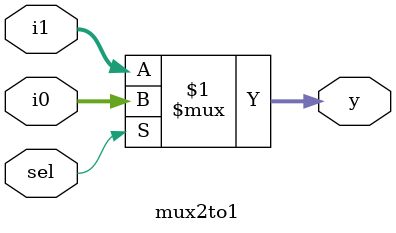
<source format=sv>
module mux2to1(input logic [3:0] i0,i1,
    input logic sel,
    output logic [3:0] y);
        assign y = sel ? i0:i1; 
endmodule
</source>
